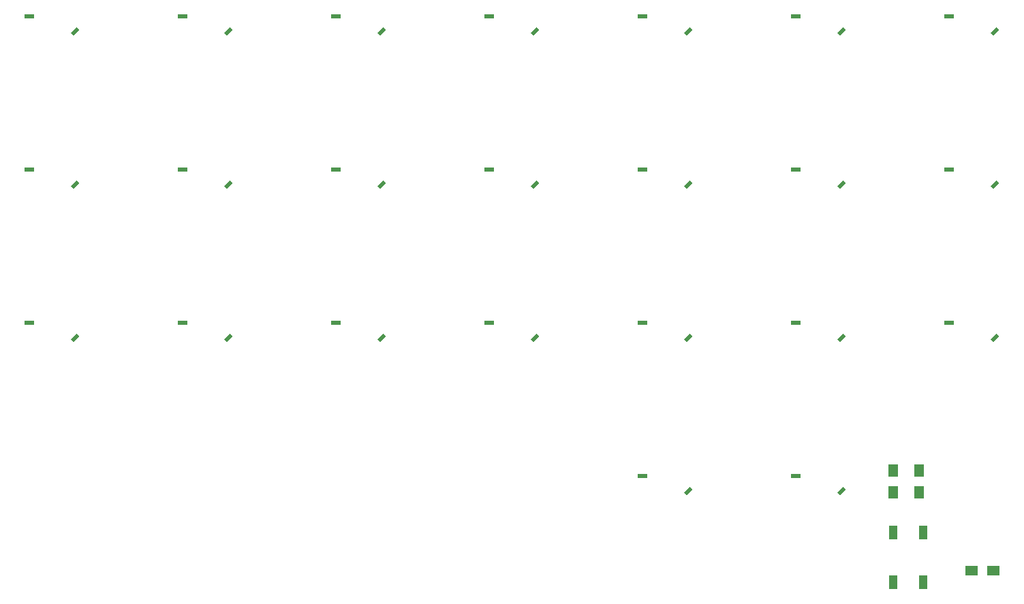
<source format=gbr>
G04 #@! TF.GenerationSoftware,KiCad,Pcbnew,(6.0.0-rc1-dev-1668-g04a478f85)*
G04 #@! TF.CreationDate,2019-04-17T20:22:59-07:00
G04 #@! TF.ProjectId,meson,6d65736f-6e2e-46b6-9963-61645f706362,rev?*
G04 #@! TF.SameCoordinates,Original*
G04 #@! TF.FileFunction,Paste,Top*
G04 #@! TF.FilePolarity,Positive*
%FSLAX46Y46*%
G04 Gerber Fmt 4.6, Leading zero omitted, Abs format (unit mm)*
G04 Created by KiCad (PCBNEW (6.0.0-rc1-dev-1668-g04a478f85)) date 2019-04-17 20:22:59*
%MOMM*%
%LPD*%
G04 APERTURE LIST*
%ADD10R,1.200000X0.500000*%
%ADD11C,0.500000*%
%ADD12C,0.100000*%
%ADD13R,1.100000X1.800000*%
%ADD14R,1.500000X1.200000*%
%ADD15R,1.200000X1.500000*%
G04 APERTURE END LIST*
D10*
X227330000Y-52070000D03*
D11*
X233045000Y-53975000D03*
D12*
G36*
X233584114Y-53827162D02*
G01*
X232839802Y-54494994D01*
X232505886Y-54122838D01*
X233250198Y-53455006D01*
X233584114Y-53827162D01*
X233584114Y-53827162D01*
G37*
D10*
X227330000Y-90170000D03*
D11*
X233045000Y-92075000D03*
D12*
G36*
X233584114Y-91927162D02*
G01*
X232839802Y-92594994D01*
X232505886Y-92222838D01*
X233250198Y-91555006D01*
X233584114Y-91927162D01*
X233584114Y-91927162D01*
G37*
D10*
X227330000Y-71120000D03*
D11*
X233045000Y-73025000D03*
D12*
G36*
X233584114Y-72877162D02*
G01*
X232839802Y-73544994D01*
X232505886Y-73172838D01*
X233250198Y-72505006D01*
X233584114Y-72877162D01*
X233584114Y-72877162D01*
G37*
D13*
X243150000Y-122480000D03*
X239450000Y-116280000D03*
X239450000Y-122480000D03*
X243150000Y-116280000D03*
D14*
X251857500Y-121031000D03*
X249157500Y-121031000D03*
D10*
X227330000Y-109220000D03*
D11*
X233045000Y-111125000D03*
D12*
G36*
X233584114Y-110977162D02*
G01*
X232839802Y-111644994D01*
X232505886Y-111272838D01*
X233250198Y-110605006D01*
X233584114Y-110977162D01*
X233584114Y-110977162D01*
G37*
D10*
X132080000Y-52070000D03*
D11*
X137795000Y-53975000D03*
D12*
G36*
X138334114Y-53827162D02*
G01*
X137589802Y-54494994D01*
X137255886Y-54122838D01*
X138000198Y-53455006D01*
X138334114Y-53827162D01*
X138334114Y-53827162D01*
G37*
D10*
X151130000Y-52070000D03*
D11*
X156845000Y-53975000D03*
D12*
G36*
X157384114Y-53827162D02*
G01*
X156639802Y-54494994D01*
X156305886Y-54122838D01*
X157050198Y-53455006D01*
X157384114Y-53827162D01*
X157384114Y-53827162D01*
G37*
D10*
X170180000Y-52070000D03*
D11*
X175895000Y-53975000D03*
D12*
G36*
X176434114Y-53827162D02*
G01*
X175689802Y-54494994D01*
X175355886Y-54122838D01*
X176100198Y-53455006D01*
X176434114Y-53827162D01*
X176434114Y-53827162D01*
G37*
D10*
X189230000Y-52070000D03*
D11*
X194945000Y-53975000D03*
D12*
G36*
X195484114Y-53827162D02*
G01*
X194739802Y-54494994D01*
X194405886Y-54122838D01*
X195150198Y-53455006D01*
X195484114Y-53827162D01*
X195484114Y-53827162D01*
G37*
D10*
X208280000Y-52070000D03*
D11*
X213995000Y-53975000D03*
D12*
G36*
X214534114Y-53827162D02*
G01*
X213789802Y-54494994D01*
X213455886Y-54122838D01*
X214200198Y-53455006D01*
X214534114Y-53827162D01*
X214534114Y-53827162D01*
G37*
D10*
X246380000Y-52070000D03*
D11*
X252095000Y-53975000D03*
D12*
G36*
X252634114Y-53827162D02*
G01*
X251889802Y-54494994D01*
X251555886Y-54122838D01*
X252300198Y-53455006D01*
X252634114Y-53827162D01*
X252634114Y-53827162D01*
G37*
D10*
X132080000Y-71120000D03*
D11*
X137795000Y-73025000D03*
D12*
G36*
X138334114Y-72877162D02*
G01*
X137589802Y-73544994D01*
X137255886Y-73172838D01*
X138000198Y-72505006D01*
X138334114Y-72877162D01*
X138334114Y-72877162D01*
G37*
D10*
X151130000Y-71120000D03*
D11*
X156845000Y-73025000D03*
D12*
G36*
X157384114Y-72877162D02*
G01*
X156639802Y-73544994D01*
X156305886Y-73172838D01*
X157050198Y-72505006D01*
X157384114Y-72877162D01*
X157384114Y-72877162D01*
G37*
D10*
X170180000Y-71120000D03*
D11*
X175895000Y-73025000D03*
D12*
G36*
X176434114Y-72877162D02*
G01*
X175689802Y-73544994D01*
X175355886Y-73172838D01*
X176100198Y-72505006D01*
X176434114Y-72877162D01*
X176434114Y-72877162D01*
G37*
D10*
X189230000Y-71120000D03*
D11*
X194945000Y-73025000D03*
D12*
G36*
X195484114Y-72877162D02*
G01*
X194739802Y-73544994D01*
X194405886Y-73172838D01*
X195150198Y-72505006D01*
X195484114Y-72877162D01*
X195484114Y-72877162D01*
G37*
D10*
X208280000Y-71120000D03*
D11*
X213995000Y-73025000D03*
D12*
G36*
X214534114Y-72877162D02*
G01*
X213789802Y-73544994D01*
X213455886Y-73172838D01*
X214200198Y-72505006D01*
X214534114Y-72877162D01*
X214534114Y-72877162D01*
G37*
D10*
X246380000Y-71120000D03*
D11*
X252095000Y-73025000D03*
D12*
G36*
X252634114Y-72877162D02*
G01*
X251889802Y-73544994D01*
X251555886Y-73172838D01*
X252300198Y-72505006D01*
X252634114Y-72877162D01*
X252634114Y-72877162D01*
G37*
D10*
X132080000Y-90170000D03*
D11*
X137795000Y-92075000D03*
D12*
G36*
X138334114Y-91927162D02*
G01*
X137589802Y-92594994D01*
X137255886Y-92222838D01*
X138000198Y-91555006D01*
X138334114Y-91927162D01*
X138334114Y-91927162D01*
G37*
D10*
X151130000Y-90170000D03*
D11*
X156845000Y-92075000D03*
D12*
G36*
X157384114Y-91927162D02*
G01*
X156639802Y-92594994D01*
X156305886Y-92222838D01*
X157050198Y-91555006D01*
X157384114Y-91927162D01*
X157384114Y-91927162D01*
G37*
D10*
X170180000Y-90170000D03*
D11*
X175895000Y-92075000D03*
D12*
G36*
X176434114Y-91927162D02*
G01*
X175689802Y-92594994D01*
X175355886Y-92222838D01*
X176100198Y-91555006D01*
X176434114Y-91927162D01*
X176434114Y-91927162D01*
G37*
D10*
X189230000Y-90170000D03*
D11*
X194945000Y-92075000D03*
D12*
G36*
X195484114Y-91927162D02*
G01*
X194739802Y-92594994D01*
X194405886Y-92222838D01*
X195150198Y-91555006D01*
X195484114Y-91927162D01*
X195484114Y-91927162D01*
G37*
D10*
X208280000Y-90170000D03*
D11*
X213995000Y-92075000D03*
D12*
G36*
X214534114Y-91927162D02*
G01*
X213789802Y-92594994D01*
X213455886Y-92222838D01*
X214200198Y-91555006D01*
X214534114Y-91927162D01*
X214534114Y-91927162D01*
G37*
D10*
X246380000Y-90170000D03*
D11*
X252095000Y-92075000D03*
D12*
G36*
X252634114Y-91927162D02*
G01*
X251889802Y-92594994D01*
X251555886Y-92222838D01*
X252300198Y-91555006D01*
X252634114Y-91927162D01*
X252634114Y-91927162D01*
G37*
D10*
X208280000Y-109220000D03*
D11*
X213995000Y-111125000D03*
D12*
G36*
X214534114Y-110977162D02*
G01*
X213789802Y-111644994D01*
X213455886Y-111272838D01*
X214200198Y-110605006D01*
X214534114Y-110977162D01*
X214534114Y-110977162D01*
G37*
D15*
X239480855Y-111248575D03*
X239480855Y-108548575D03*
X242660855Y-111248575D03*
X242660855Y-108548575D03*
M02*

</source>
